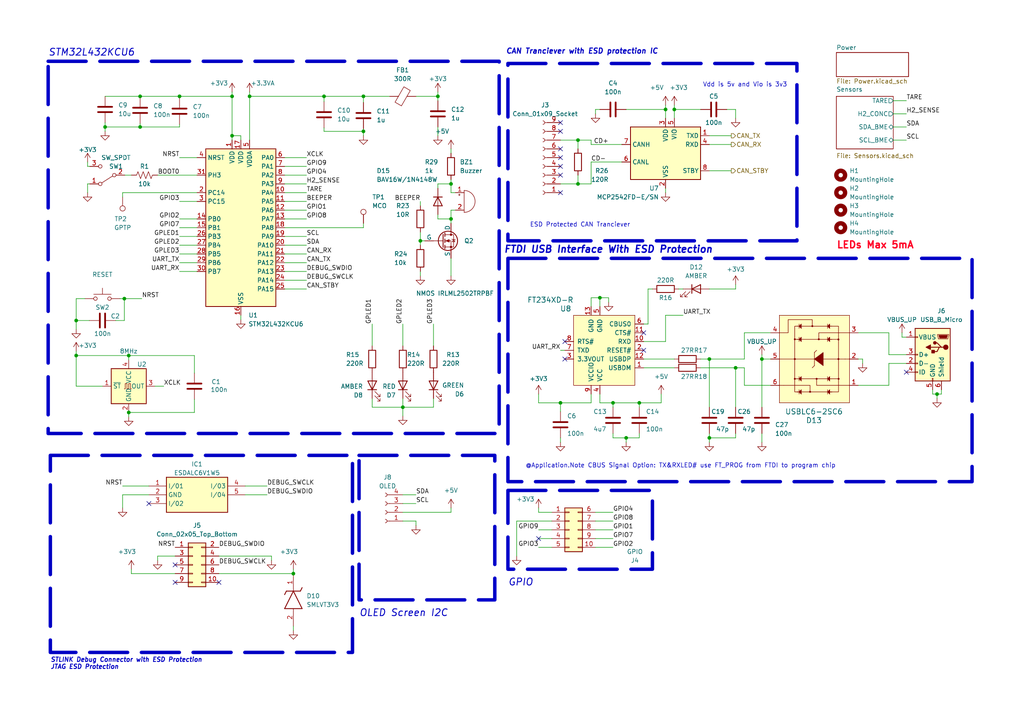
<source format=kicad_sch>
(kicad_sch (version 20230121) (generator eeschema)
  (paper "A4")
  (junction (at 67.31 39.37))
  (junction (at 52.07 27.94))
  (junction (at 22.098 92.964))
  (junction (at 22.098 103.124))
  (junction (at 37.338 119.634))
  (junction (at 173.99 86.36))
  (junction (at 205.74 127))
  (junction (at 185.42 116.84))
  (junction (at 30.48 36.83))
  (junction (at 67.31 27.94))
  (junction (at 36.068 86.614))
  (junction (at 205.74 104.14))
  (junction (at 181.61 127))
  (junction (at 105.41 38.1))
  (junction (at 121.92 69.85))
  (junction (at 271.78 114.3))
  (junction (at 220.98 104.14))
  (junction (at 195.58 31.75))
  (junction (at 72.39 27.94))
  (junction (at 193.04 31.75))
  (junction (at 167.64 40.64))
  (junction (at 105.41 27.94))
  (junction (at 162.56 116.84))
  (junction (at 130.81 53.34))
  (junction (at 40.64 36.83))
  (junction (at 85.09 166.37))
  (junction (at 93.98 27.94))
  (junction (at 127 27.94))
  (junction (at 130.81 63.5))
  (junction (at 167.64 53.34))
  (junction (at 116.84 118.11))
  (junction (at 177.8 116.84))
  (junction (at 37.338 103.124))
  (junction (at 213.36 106.68))
  (junction (at 40.64 27.94))
  (no_connect (at 163.83 99.06))
  (no_connect (at 63.5 168.91))
  (no_connect (at 186.69 101.6))
  (no_connect (at 43.18 146.05))
  (no_connect (at 162.56 35.56))
  (no_connect (at 162.56 45.72))
  (no_connect (at 156.21 156.21))
  (no_connect (at 262.89 107.95))
  (no_connect (at 50.8 163.83))
  (no_connect (at 186.69 96.52))
  (no_connect (at 162.56 50.8))
  (no_connect (at 50.8 168.91))
  (no_connect (at 162.56 38.1))
  (no_connect (at 163.83 104.14))
  (no_connect (at 162.56 43.18))
  (no_connect (at 162.56 48.26))
  (no_connect (at 162.56 55.88))
  (wire (pts (xy 88.9 83.82) (xy 82.55 83.82)))
  (wire (pts (xy 35.56 140.97) (xy 43.18 140.97)))
  (wire (pts (xy 205.74 104.14) (xy 205.74 118.11)))
  (wire (pts (xy 107.95 100.33) (xy 107.95 93.98)))
  (wire (pts (xy 85.09 165.1) (xy 85.09 166.37)))
  (wire (pts (xy 52.07 71.12) (xy 57.15 71.12)))
  (wire (pts (xy 82.55 68.58) (xy 88.9 68.58)))
  (wire (pts (xy 88.9 55.88) (xy 82.55 55.88)))
  (wire (pts (xy 203.2 106.68) (xy 213.36 106.68)))
  (wire (pts (xy 187.96 93.98) (xy 186.69 93.98)))
  (wire (pts (xy 67.31 26.67) (xy 67.31 27.94)))
  (wire (pts (xy 215.9 104.14) (xy 205.74 104.14)))
  (wire (pts (xy 82.55 66.04) (xy 105.41 66.04)))
  (wire (pts (xy 35.56 55.88) (xy 57.15 55.88)))
  (wire (pts (xy 85.09 181.61) (xy 85.09 182.88)))
  (wire (pts (xy 72.39 27.94) (xy 93.98 27.94)))
  (wire (pts (xy 259.08 40.64) (xy 262.89 40.64)))
  (wire (pts (xy 125.73 118.11) (xy 125.73 115.57)))
  (wire (pts (xy 43.18 143.51) (xy 35.56 143.51)))
  (wire (pts (xy 149.86 151.13) (xy 160.02 151.13)))
  (wire (pts (xy 22.098 92.964) (xy 22.098 95.504)))
  (wire (pts (xy 35.56 55.88) (xy 35.56 57.15)))
  (wire (pts (xy 167.64 53.34) (xy 162.56 53.34)))
  (wire (pts (xy 93.98 27.94) (xy 105.41 27.94)))
  (wire (pts (xy 45.72 162.56) (xy 45.72 161.29)))
  (wire (pts (xy 116.84 118.11) (xy 116.84 120.65)))
  (wire (pts (xy 213.36 83.82) (xy 205.74 83.82)))
  (wire (pts (xy 220.98 102.87) (xy 220.98 104.14)))
  (wire (pts (xy 24.638 86.614) (xy 22.098 86.614)))
  (wire (pts (xy 220.98 104.14) (xy 223.52 104.14)))
  (wire (pts (xy 93.98 27.94) (xy 93.98 29.464)))
  (wire (pts (xy 259.08 36.83) (xy 262.89 36.83)))
  (wire (pts (xy 116.84 100.33) (xy 116.84 93.98)))
  (wire (pts (xy 248.92 96.52) (xy 257.81 96.52)))
  (wire (pts (xy 273.05 113.03) (xy 273.05 114.3)))
  (wire (pts (xy 121.92 69.85) (xy 121.92 71.12)))
  (wire (pts (xy 205.74 104.14) (xy 203.2 104.14)))
  (wire (pts (xy 30.48 35.56) (xy 30.48 36.83)))
  (wire (pts (xy 257.81 105.41) (xy 262.89 105.41)))
  (wire (pts (xy 127 36.83) (xy 127 39.37)))
  (wire (pts (xy 105.41 27.94) (xy 105.41 29.718)))
  (wire (pts (xy 52.07 68.58) (xy 57.15 68.58)))
  (wire (pts (xy 220.98 104.14) (xy 220.98 118.11)))
  (wire (pts (xy 52.07 45.72) (xy 57.15 45.72)))
  (wire (pts (xy 259.08 29.21) (xy 262.89 29.21)))
  (wire (pts (xy 82.55 60.96) (xy 88.9 60.96)))
  (wire (pts (xy 130.81 43.18) (xy 130.81 44.45)))
  (wire (pts (xy 198.12 83.82) (xy 196.85 83.82)))
  (wire (pts (xy 82.55 63.5) (xy 88.9 63.5)))
  (wire (pts (xy 127 53.34) (xy 127 54.61)))
  (wire (pts (xy 213.36 127) (xy 205.74 127)))
  (wire (pts (xy 181.61 31.75) (xy 193.04 31.75)))
  (wire (pts (xy 171.45 114.3) (xy 171.45 116.84)))
  (wire (pts (xy 25.4 46.99) (xy 25.4 48.26)))
  (wire (pts (xy 193.04 91.44) (xy 193.04 99.06)))
  (wire (pts (xy 127 26.67) (xy 127 27.94)))
  (wire (pts (xy 34.798 86.614) (xy 36.068 86.614)))
  (wire (pts (xy 173.99 116.84) (xy 177.8 116.84)))
  (wire (pts (xy 177.8 125.73) (xy 177.8 127)))
  (wire (pts (xy 36.068 92.964) (xy 33.528 92.964)))
  (wire (pts (xy 56.388 115.824) (xy 56.388 119.634)))
  (wire (pts (xy 82.55 73.66) (xy 88.9 73.66)))
  (wire (pts (xy 121.92 58.42) (xy 121.92 59.69)))
  (wire (pts (xy 171.45 116.84) (xy 162.56 116.84)))
  (wire (pts (xy 171.45 41.91) (xy 180.34 41.91)))
  (wire (pts (xy 171.45 88.9) (xy 171.45 86.36)))
  (wire (pts (xy 52.07 27.94) (xy 52.07 28.448)))
  (wire (pts (xy 156.21 153.67) (xy 160.02 153.67)))
  (wire (pts (xy 193.04 31.75) (xy 193.04 34.29)))
  (wire (pts (xy 37.338 104.394) (xy 37.338 103.124)))
  (wire (pts (xy 120.65 27.94) (xy 127 27.94)))
  (wire (pts (xy 167.64 40.64) (xy 171.45 40.64)))
  (wire (pts (xy 25.908 92.964) (xy 22.098 92.964)))
  (wire (pts (xy 78.74 162.56) (xy 78.74 161.29)))
  (wire (pts (xy 127 27.94) (xy 127 29.21)))
  (wire (pts (xy 181.61 127) (xy 181.61 128.27)))
  (wire (pts (xy 82.55 45.72) (xy 88.9 45.72)))
  (wire (pts (xy 205.74 49.53) (xy 212.09 49.53)))
  (wire (pts (xy 40.64 36.83) (xy 52.07 36.83)))
  (wire (pts (xy 72.39 27.94) (xy 72.39 40.64)))
  (wire (pts (xy 120.65 143.51) (xy 116.84 143.51)))
  (wire (pts (xy 45.72 50.8) (xy 57.15 50.8)))
  (wire (pts (xy 176.53 86.36) (xy 176.53 87.63)))
  (wire (pts (xy 185.42 125.73) (xy 185.42 127)))
  (wire (pts (xy 22.098 103.124) (xy 22.098 112.014)))
  (wire (pts (xy 30.48 36.83) (xy 40.64 36.83)))
  (wire (pts (xy 156.21 156.21) (xy 160.02 156.21)))
  (wire (pts (xy 220.98 125.73) (xy 220.98 128.27)))
  (wire (pts (xy 69.85 92.71) (xy 69.85 91.44)))
  (wire (pts (xy 107.95 118.11) (xy 107.95 115.57)))
  (wire (pts (xy 71.12 140.97) (xy 77.47 140.97)))
  (wire (pts (xy 213.36 31.75) (xy 210.82 31.75)))
  (wire (pts (xy 257.81 102.87) (xy 262.89 102.87)))
  (wire (pts (xy 215.9 96.52) (xy 223.52 96.52)))
  (wire (pts (xy 181.61 127) (xy 185.42 127)))
  (wire (pts (xy 22.098 112.014) (xy 29.718 112.014)))
  (wire (pts (xy 121.92 69.85) (xy 123.19 69.85)))
  (wire (pts (xy 271.78 115.57) (xy 271.78 114.3)))
  (wire (pts (xy 172.72 148.59) (xy 177.8 148.59)))
  (wire (pts (xy 205.74 39.37) (xy 212.09 39.37)))
  (wire (pts (xy 130.81 147.32) (xy 130.81 148.59)))
  (wire (pts (xy 82.55 71.12) (xy 88.9 71.12)))
  (wire (pts (xy 93.98 38.1) (xy 105.41 38.1)))
  (wire (pts (xy 22.098 101.854) (xy 22.098 103.124)))
  (wire (pts (xy 273.05 114.3) (xy 271.78 114.3)))
  (wire (pts (xy 56.388 108.204) (xy 56.388 103.124)))
  (wire (pts (xy 105.41 27.94) (xy 113.03 27.94)))
  (wire (pts (xy 195.58 30.48) (xy 195.58 31.75)))
  (wire (pts (xy 162.56 40.64) (xy 167.64 40.64)))
  (wire (pts (xy 82.55 76.2) (xy 88.9 76.2)))
  (wire (pts (xy 107.95 118.11) (xy 116.84 118.11)))
  (wire (pts (xy 52.07 36.83) (xy 52.07 36.068)))
  (wire (pts (xy 25.4 53.34) (xy 26.035 53.34)))
  (wire (pts (xy 105.41 66.04) (xy 105.41 64.77)))
  (wire (pts (xy 195.58 31.75) (xy 195.58 34.29)))
  (wire (pts (xy 167.64 40.64) (xy 167.64 43.18)))
  (wire (pts (xy 177.8 151.13) (xy 172.72 151.13)))
  (wire (pts (xy 213.36 106.68) (xy 213.36 118.11)))
  (wire (pts (xy 259.08 33.02) (xy 262.89 33.02)))
  (wire (pts (xy 116.84 118.11) (xy 116.84 115.57)))
  (wire (pts (xy 162.56 116.84) (xy 156.21 116.84)))
  (wire (pts (xy 69.85 39.37) (xy 69.85 40.64)))
  (wire (pts (xy 193.04 99.06) (xy 186.69 99.06)))
  (wire (pts (xy 132.08 60.96) (xy 130.81 60.96)))
  (wire (pts (xy 176.53 86.36) (xy 173.99 86.36)))
  (wire (pts (xy 171.45 46.99) (xy 171.45 53.34)))
  (wire (pts (xy 127 63.5) (xy 130.81 63.5)))
  (wire (pts (xy 193.04 54.61) (xy 193.04 55.88)))
  (wire (pts (xy 127 63.5) (xy 127 62.23)))
  (wire (pts (xy 162.56 116.84) (xy 162.56 119.38)))
  (wire (pts (xy 195.58 31.75) (xy 203.2 31.75)))
  (wire (pts (xy 57.15 73.66) (xy 52.07 73.66)))
  (wire (pts (xy 172.72 158.75) (xy 177.8 158.75)))
  (wire (pts (xy 171.45 46.99) (xy 180.34 46.99)))
  (wire (pts (xy 177.8 153.67) (xy 172.72 153.67)))
  (wire (pts (xy 215.9 106.68) (xy 215.9 111.76)))
  (wire (pts (xy 71.12 143.51) (xy 77.47 143.51)))
  (wire (pts (xy 177.8 156.21) (xy 172.72 156.21)))
  (wire (pts (xy 248.92 111.76) (xy 257.81 111.76)))
  (wire (pts (xy 72.39 26.67) (xy 72.39 27.94)))
  (wire (pts (xy 120.65 146.05) (xy 116.84 146.05)))
  (wire (pts (xy 40.64 35.814) (xy 40.64 36.83)))
  (wire (pts (xy 171.45 86.36) (xy 173.99 86.36)))
  (wire (pts (xy 177.8 116.84) (xy 177.8 118.11)))
  (wire (pts (xy 163.83 101.6) (xy 162.56 101.6)))
  (wire (pts (xy 52.07 66.04) (xy 57.15 66.04)))
  (wire (pts (xy 82.55 58.42) (xy 88.9 58.42)))
  (wire (pts (xy 93.98 37.084) (xy 93.98 38.1)))
  (wire (pts (xy 47.498 112.014) (xy 44.958 112.014)))
  (wire (pts (xy 35.56 143.51) (xy 35.56 147.32)))
  (wire (pts (xy 130.81 63.5) (xy 130.81 64.77)))
  (wire (pts (xy 185.42 116.84) (xy 191.77 116.84)))
  (wire (pts (xy 78.74 161.29) (xy 63.5 161.29)))
  (wire (pts (xy 121.92 78.74) (xy 121.92 80.01)))
  (wire (pts (xy 250.19 104.14) (xy 250.19 105.41)))
  (wire (pts (xy 82.55 81.28) (xy 88.9 81.28)))
  (wire (pts (xy 37.338 103.124) (xy 22.098 103.124)))
  (wire (pts (xy 120.65 152.4) (xy 120.65 151.13)))
  (wire (pts (xy 36.195 50.8) (xy 38.1 50.8)))
  (wire (pts (xy 85.09 166.37) (xy 63.5 166.37)))
  (wire (pts (xy 213.36 125.73) (xy 213.36 127)))
  (wire (pts (xy 172.72 31.75) (xy 172.72 33.02)))
  (wire (pts (xy 40.64 27.94) (xy 40.64 28.194)))
  (wire (pts (xy 25.4 53.34) (xy 25.4 55.88)))
  (wire (pts (xy 205.74 125.73) (xy 205.74 127)))
  (wire (pts (xy 67.31 27.94) (xy 67.31 39.37)))
  (wire (pts (xy 105.41 37.338) (xy 105.41 38.1)))
  (wire (pts (xy 30.48 27.94) (xy 40.64 27.94)))
  (wire (pts (xy 37.338 119.634) (xy 56.388 119.634)))
  (wire (pts (xy 130.81 53.34) (xy 127 53.34)))
  (wire (pts (xy 82.55 48.26) (xy 88.9 48.26)))
  (wire (pts (xy 121.92 67.31) (xy 121.92 69.85)))
  (wire (pts (xy 261.62 97.79) (xy 262.89 97.79)))
  (wire (pts (xy 177.8 116.84) (xy 185.42 116.84)))
  (wire (pts (xy 156.21 158.75) (xy 160.02 158.75)))
  (wire (pts (xy 189.23 83.82) (xy 187.96 83.82)))
  (wire (pts (xy 156.21 116.84) (xy 156.21 114.3)))
  (wire (pts (xy 177.8 127) (xy 181.61 127)))
  (wire (pts (xy 173.99 31.75) (xy 172.72 31.75)))
  (wire (pts (xy 213.36 106.68) (xy 215.9 106.68)))
  (wire (pts (xy 52.07 78.74) (xy 57.15 78.74)))
  (wire (pts (xy 52.07 76.2) (xy 57.15 76.2)))
  (wire (pts (xy 45.72 161.29) (xy 50.8 161.29)))
  (wire (pts (xy 156.21 148.59) (xy 156.21 147.32)))
  (wire (pts (xy 105.41 38.1) (xy 105.41 39.37)))
  (wire (pts (xy 116.84 148.59) (xy 130.81 148.59)))
  (wire (pts (xy 37.338 119.634) (xy 37.338 120.904)))
  (wire (pts (xy 125.73 100.33) (xy 125.73 93.98)))
  (wire (pts (xy 171.45 53.34) (xy 167.64 53.34)))
  (wire (pts (xy 156.21 148.59) (xy 160.02 148.59)))
  (wire (pts (xy 130.81 52.07) (xy 130.81 53.34)))
  (wire (pts (xy 36.068 86.614) (xy 41.148 86.614)))
  (wire (pts (xy 25.4 48.26) (xy 26.035 48.26)))
  (wire (pts (xy 173.99 114.3) (xy 173.99 116.84)))
  (wire (pts (xy 185.42 116.84) (xy 185.42 118.11)))
  (wire (pts (xy 167.64 50.8) (xy 167.64 53.34)))
  (wire (pts (xy 173.99 86.36) (xy 173.99 88.9)))
  (wire (pts (xy 38.1 166.37) (xy 50.8 166.37)))
  (wire (pts (xy 40.64 27.94) (xy 52.07 27.94)))
  (wire (pts (xy 36.068 86.614) (xy 36.068 92.964)))
  (wire (pts (xy 22.098 86.614) (xy 22.098 92.964)))
  (wire (pts (xy 82.55 53.34) (xy 88.9 53.34)))
  (wire (pts (xy 130.81 55.88) (xy 132.08 55.88)))
  (wire (pts (xy 205.74 41.91) (xy 212.09 41.91)))
  (wire (pts (xy 82.55 50.8) (xy 88.9 50.8)))
  (wire (pts (xy 213.36 34.29) (xy 213.36 31.75)))
  (wire (pts (xy 67.31 39.37) (xy 69.85 39.37)))
  (wire (pts (xy 193.04 91.44) (xy 198.12 91.44)))
  (wire (pts (xy 187.96 83.82) (xy 187.96 93.98)))
  (wire (pts (xy 215.9 111.76) (xy 223.52 111.76)))
  (wire (pts (xy 186.69 106.68) (xy 195.58 106.68)))
  (wire (pts (xy 130.81 53.34) (xy 130.81 55.88)))
  (wire (pts (xy 120.65 151.13) (xy 116.84 151.13)))
  (wire (pts (xy 186.69 104.14) (xy 195.58 104.14)))
  (wire (pts (xy 162.56 127) (xy 162.56 128.27)))
  (wire (pts (xy 215.9 96.52) (xy 215.9 104.14)))
  (wire (pts (xy 130.81 74.93) (xy 130.81 80.01)))
  (wire (pts (xy 193.04 30.48) (xy 193.04 31.75)))
  (wire (pts (xy 82.55 78.74) (xy 88.9 78.74)))
  (wire (pts (xy 116.84 118.11) (xy 125.73 118.11)))
  (wire (pts (xy 270.51 113.03) (xy 270.51 114.3)))
  (wire (pts (xy 171.45 40.64) (xy 171.45 41.91)))
  (wire (pts (xy 257.81 96.52) (xy 257.81 102.87)))
  (wire (pts (xy 149.86 151.13) (xy 149.86 161.29)))
  (wire (pts (xy 261.62 96.52) (xy 261.62 97.79)))
  (wire (pts (xy 30.48 36.83) (xy 30.48 38.1)))
  (wire (pts (xy 37.338 103.124) (xy 56.388 103.124)))
  (wire (pts (xy 52.07 63.5) (xy 57.15 63.5)))
  (wire (pts (xy 52.07 27.94) (xy 67.31 27.94)))
  (wire (pts (xy 248.92 104.14) (xy 250.19 104.14)))
  (wire (pts (xy 205.74 127) (xy 205.74 128.27)))
  (wire (pts (xy 257.81 111.76) (xy 257.81 105.41)))
  (wire (pts (xy 57.15 58.42) (xy 52.07 58.42)))
  (wire (pts (xy 67.31 39.37) (xy 67.31 40.64)))
  (wire (pts (xy 191.77 116.84) (xy 191.77 114.3)))
  (wire (pts (xy 213.36 82.55) (xy 213.36 83.82)))
  (wire (pts (xy 38.1 165.1) (xy 38.1 166.37)))
  (wire (pts (xy 130.81 60.96) (xy 130.81 63.5)))
  (wire (pts (xy 271.78 114.3) (xy 270.51 114.3)))
  (rectangle (start 14.605 132.08) (end 102.235 189.23) (stroke (width 1) (type dash)))
  (rectangle (start 147.32 142.24) (end 189.23 165.1) (stroke (width 1) (type dash)))
  (rectangle (start 13.97 17.78) (end 144.78 125.73) (stroke (width 1) (type dash)))
  (rectangle (start 147.32 18.415) (end 231.14 69.85) (stroke (width 1) (type dash)))
  (rectangle (start 147.32 74.93) (end 281.94 139.7) (stroke (width 1) (type dash)))
  (rectangle (start 104.14 132.08) (end 143.51 173.99) (stroke (width 1) (type dash)))
  (text "Vdd is 5v and Vio is 3v3\n" (at 203.835 25.4 0) (effects (font (size 1.27 1.27)) (justify left bottom)))
  (text "LEDs Max 5mA" (at 242.57 72.39 0) (effects (font (size 2 2) (thickness 0.4) bold) (justify left bottom)))
  (text "https://www.lcd-module.com/fileadmin/eng/pdf/doma/dogs164e.pdf" (at 20.32 304.8 0) (effects (font (size 1.27 1.27)) (justify left bottom)))
  (text "https://www.amazon.ca/GeeekPi-Display-Two-Color-Compatible-Raspberry/dp/B0B7RPCZ4Z/ref=sr_1_10?hvadid=604602882874&hvdev=c&hvlocphy=9001383&hvnetw=g&hvqmt=e&hvrand=1361348443853103793&hvtargid=kwd-298923025431&hydadcr=1498_13517094&keywords=i2c+display&qid=1697308350&sr=8-10\n" (at 20.32 300.99 0) (effects (font (size 1.27 1.27)) (justify left bottom)))
  (text "Place Holder I2C Dispaly module.\nOptions for I2C displays:\n  LCD - semi expensive & bulky; Easy to program and use, Decent display freedom\n7 Seg - Probably easiet method - already have stock - limited dispaly capability.\n OLED - Existing STM32 Drivers, semi-expensive - Huge display capability." (at 104.14 223.52 0) (effects (font (size 1.27 1.27)) (justify left bottom)))
  (text "FTDI USB Interface With ESD Protection\n" (at 146.05 73.66 0) (effects (font (size 2 2) (thickness 0.4) bold italic) (justify left bottom)))
  (text "OLED Screen I2C" (at 104.14 179.07 0) (effects (font (size 2 2) (thickness 0.254) bold italic) (justify left bottom)))
  (text "@Application.Note CBUS Signal Option: TX&RXLED# use FT_PROG from FTDI to program chip\n" (at 152.4 135.89 0) (effects (font (size 1.27 1.27)) (justify left bottom)))
  (text "STM32L432KCU6" (at 13.97 16.51 0) (effects (font (size 2 2) (thickness 0.254) bold italic) (justify left bottom)))
  (text "ESD Protected CAN Tranciever\n" (at 153.67 66.04 0) (effects (font (size 1.27 1.27)) (justify left bottom)))
  (text "STLINK Debug Connector with ESD Protection\nJTAG ESD Protection" (at 14.605 194.31 0) (effects (font (size 1.27 1.27) (thickness 0.254) bold italic) (justify left bottom)))
  (text "GPIO" (at 147.32 170.18 0) (effects (font (size 2 2) (thickness 0.254) bold italic) (justify left bottom)))
  (text "CAN Tranciever with ESD protection IC" (at 146.685 15.875 0) (effects (font (size 1.5 1.5) (thickness 0.3) bold italic) (justify left bottom)))
  (label "H2_SENSE" (at 88.9 53.34 0))
  (label "CAN_TX" (at 88.9 76.2 0))
  (label "GPIO4" (at 88.9 50.8 0))
  (label "GPIO4" (at 177.8 148.59 0))
  (label "GPIO8" (at 177.8 151.13 0))
  (label "DEBUG_SWCLK" (at 77.47 140.97 0))
  (label "UART_RX" (at 162.56 101.6 180))
  (label "NRST" (at 52.07 45.72 180))
  (label "H2_SENSE" (at 262.89 33.02 0))
  (label "CD+" (at 176.53 41.91 180))
  (label "GPIO7" (at 177.8 156.21 0))
  (label "CAN_RX" (at 88.9 73.66 0))
  (label "GPLED1" (at 52.07 68.58 180))
  (label "SCL" (at 120.65 146.05 0))
  (label "DEBUG_SWCLK" (at 63.5 163.83 0))
  (label "GPIO9" (at 88.9 48.26 0))
  (label "UART_TX" (at 52.07 76.2 180))
  (label "DEBUG_SWDIO" (at 77.47 143.51 0))
  (label "GPIO3" (at 52.07 58.42 180))
  (label "SDA" (at 88.9 71.12 0))
  (label "GPIO1" (at 177.8 153.67 0))
  (label "BOOT0" (at 52.07 50.8 180))
  (label "GPLED3" (at 52.07 73.66 180))
  (label "DEBUG_SWCLK" (at 88.9 81.28 0))
  (label "GPIO7" (at 52.07 66.04 180))
  (label "SDA" (at 262.89 36.83 0))
  (label "BEEPER" (at 121.92 58.42 180))
  (label "GPIO2" (at 52.07 63.5 180))
  (label "DEBUG_SWDIO" (at 88.9 78.74 0))
  (label "SDA" (at 120.65 143.51 0))
  (label "GPLED2" (at 52.07 71.12 180))
  (label "NRST" (at 41.148 86.614 0))
  (label "XCLK" (at 88.9 45.72 0))
  (label "NRST" (at 35.56 140.97 180))
  (label "GPIO9" (at 156.21 153.67 180))
  (label "TARE" (at 88.9 55.88 0))
  (label "NRST" (at 50.8 158.75 180))
  (label "SCL" (at 262.89 40.64 0))
  (label "UART_TX" (at 198.12 91.44 0))
  (label "GPIO3" (at 156.21 158.75 180))
  (label "UART_RX" (at 52.07 78.74 180))
  (label "GPLED3" (at 125.73 93.98 90))
  (label "CD-" (at 171.45 46.99 0))
  (label "XCLK" (at 47.498 112.014 0))
  (label "DEBUG_SWDIO" (at 63.5 158.75 0))
  (label "SCL" (at 88.9 68.58 0))
  (label "CAN_STBY" (at 88.9 83.82 0))
  (label "GPIO8" (at 88.9 63.5 0))
  (label "GPLED1" (at 107.95 93.98 90))
  (label "TARE" (at 262.89 29.21 0))
  (label "GPLED2" (at 116.84 93.98 90))
  (label "GPIO1" (at 88.9 60.96 0))
  (label "GPIO2" (at 177.8 158.75 0))
  (label "BEEPER" (at 88.9 58.42 0))
  (hierarchical_label "CAN_STBY" (shape output) (at 212.09 49.53 0))
  (hierarchical_label "CAN_RX" (shape output) (at 212.09 41.91 0))
  (hierarchical_label "CAN_TX" (shape output) (at 212.09 39.37 0))
  (symbol (lib_id "power:+3V3") (at 127 26.67 0) (unit 1)
    (property "Reference" "#PWR039" (effects hide))
    (property "Value" "+3V3" (at 127 22.86 0))
  )
  (symbol (lib_id "Device:C") (at 105.41 33.528 0) (unit 1)
    (property "Reference" "C11" (at 109.22 32.258 0) (effects (justify left)))
    (property "Value" "1u" (at 109.22 34.798 0) (effects (justify left)))
    (property "Footprint" "Capacitor_SMD:C_0805_2012Metric" (effects hide))
    (property "JLCPCB Part#(Optional)" "C28323" (effects hide))
    (property "JLCPCB Part#(optional)" "C28323" (effects hide))
  )
  (symbol (lib_id "Device:R") (at 130.81 48.26 0) (unit 1)
    (property "Reference" "R29" (at 123.19 46.99 0) (effects (justify left)))
    (property "Value" "1k" (at 123.19 49.53 0) (effects (justify left)))
    (property "Footprint" "Resistor_SMD:R_0805_2012Metric" (effects hide))
    (property "JLCPCB Part#(Optional)" "C17513" (effects hide))
    (property "JLCPCB Part#(optional)" "C17513" (effects hide))
  )
  (symbol (lib_id "power:+3V3") (at 213.36 82.55 0) (unit 1)
    (property "Reference" "#PWR063" (effects hide))
    (property "Value" "+3V3" (at 213.36 78.105 0))
  )
  (symbol (lib_id "power:GND") (at 37.338 120.904 0) (unit 1)
    (property "Reference" "#PWR040" (effects hide))
    (property "Value" "GND" (effects hide))
  )
  (symbol (lib_id "Device:C") (at 30.48 31.75 0) (unit 1)
    (property "Reference" "C9" (at 34.29 30.48 0) (effects (justify left)))
    (property "Value" "10u" (at 34.29 33.02 0) (effects (justify left)))
    (property "Footprint" "Capacitor_SMD:C_0603_1608Metric" (effects hide))
    (property "JLCPCB Part#(Optional)" "C96446" (effects hide))
    (property "JLCPCB Part#(optional)" "C96446" (effects hide))
  )
  (symbol (lib_id "Device:C") (at 127 33.02 0) (unit 1)
    (property "Reference" "C12" (at 130.81 31.75 0) (effects (justify left)))
    (property "Value" "1u" (at 130.81 34.29 0) (effects (justify left)))
    (property "Footprint" "Capacitor_SMD:C_0805_2012Metric" (effects hide))
    (property "JLCPCB Part#(Optional)" "C28323" (effects hide))
    (property "JLCPCB Part#(optional)" "C28323" (effects hide))
  )
  (symbol (lib_id "Device:R") (at 167.64 46.99 0) (mirror y) (unit 1)
    (property "Reference" "R26" (at 176.53 49.53 0) (effects (justify left)))
    (property "Value" "120R" (at 176.53 52.07 0) (effects (justify left)))
    (property "Footprint" "Resistor_SMD:R_0603_1608Metric" (effects hide))
  )
  (symbol (lib_id "Device:C") (at 177.8 31.75 90) (unit 1)
    (property "Reference" "C4" (at 177.8 24.13 90))
    (property "Value" "100n" (at 177.8 26.67 90))
    (property "Footprint" "Capacitor_SMD:C_0402_1005Metric" (effects hide))
    (property "JLCPCB Part#(Optional)" "C1525" (effects hide))
    (property "JLCPCB Part#(optional)" "C1525" (effects hide))
  )
  (symbol (lib_id "RF_Parts:ESDALC6V1W5") (at 43.18 140.97 0) (unit 1)
    (property "Reference" "IC1" (at 57.15 134.62 0))
    (property "Value" "ESDALC6V1W5" (at 57.15 137.16 0))
    (property "Footprint" "SYM&FOOT:SOT65P210X110-5N" (effects hide))
    (property "Datasheet" "http://www.st.com/web/en/resource/technical/document/datasheet/CD00002946.pdf" (effects hide))
    (property "Description" "6.1V 6.1V 4 3V SOT-323-5  ESD Protection Devices ROHS" (effects hide))
    (property "DK #" "497-7231-1-ND" (effects hide))
    (property "JLCPCB Part#(Optional)" "C2827626" (effects hide))
  )
  (symbol (lib_id "Connector_Generic:Conn_02x05_Odd_Even") (at 55.88 163.83 0) (unit 1)
    (property "Reference" "J5" (at 57.15 152.4 0))
    (property "Value" "Conn_02x05_Top_Bottom" (at 57.15 154.94 0))
    (property "Footprint" "Connector_PinHeader_2.54mm:PinHeader_2x05_P2.54mm_Vertical" (effects hide))
  )
  (symbol (lib_id "Device:C") (at 93.98 33.274 0) (unit 1)
    (property "Reference" "C10" (at 97.79 32.004 0) (effects (justify left)))
    (property "Value" "10u" (at 97.79 34.544 0) (effects (justify left)))
    (property "Footprint" "Capacitor_SMD:C_0603_1608Metric" (effects hide))
    (property "JLCPCB Part#(Optional)" "C96446" (effects hide))
    (property "JLCPCB Part#(optional)" "C96446" (effects hide))
  )
  (symbol (lib_id "Device:LED") (at 201.93 83.82 0) (unit 1)
    (property "Reference" "D12" (at 201.93 77.47 0))
    (property "Value" "AMBER" (at 201.93 80.01 0))
    (property "Footprint" "LED_SMD:LED_0805_2012Metric" (effects hide))
    (property "Description" "White -40℃~+85℃ 605nm~605nm Amber 54mW 0603 Light Emitting Diodes (LED) ROHS" (effects hide))
    (property "JLCPCB Part#(Optional)" "C2296" (effects hide))
    (property "JLCPCB Part#(optional)" "C2296" (effects hide))
  )
  (symbol (lib_id "power:GND") (at 193.04 55.88 0) (unit 1)
    (property "Reference" "#PWR043" (effects hide))
    (property "Value" "GND" (effects hide))
  )
  (symbol (lib_id "RF_Parts:VBUS_UP") (at 220.98 102.87 0) (mirror y) (unit 1)
    (property "Reference" "#PWR065" (effects hide))
    (property "Value" "VBUS_UP" (at 220.98 99.06 0))
  )
  (symbol (lib_id "power:GND") (at 250.19 105.41 0) (unit 1)
    (property "Reference" "#PWR064" (effects hide))
    (property "Value" "GND" (effects hide))
  )
  (symbol (lib_id "Mechanical:MountingHole") (at 243.84 55.88 0) (unit 1)
    (property "Reference" "H2" (at 246.38 54.61 0) (effects (justify left)))
    (property "Value" "MountingHole" (at 246.38 57.15 0) (effects (justify left)))
    (property "Footprint" "MountingHole:MountingHole_3.2mm_M3" (effects hide))
  )
  (symbol (lib_id "Device:R_US") (at 41.91 50.8 90) (unit 1)
    (property "Reference" "R1" (at 41.91 48.26 90))
    (property "Value" "10k" (at 41.91 53.34 90))
    (property "Footprint" "Resistor_SMD:R_0805_2012Metric" (effects hide))
    (property "JLCPCB Part#(Optional)" "C17414" (effects hide))
    (property "JLCPCB Part#(optional)" "C17414" (effects hide))
  )
  (symbol (lib_id "MCU_ST_STM32L4:STM32L432KCUx") (at 69.85 66.04 0) (unit 1)
    (property "Reference" "U1" (at 72.0441 91.44 0) (effects (justify left)))
    (property "Value" "STM32L432KCU6" (at 72.0441 93.98 0) (effects (justify left)))
    (property "Footprint" "Package_DFN_QFN:QFN-32-1EP_5x5mm_P0.5mm_EP3.45x3.45mm" (effects hide))
    (property "Datasheet" "https://www.st.com/resource/en/datasheet/stm32l432kc.pdf" (effects hide))
    (property "JLCPCB Part#(Optional)" "C1337280" (effects hide))
    (property "JLCPCB Part#(optional)" "C1337280" (effects hide))
  )
  (symbol (lib_id "Mechanical:MountingHole") (at 243.84 66.04 0) (unit 1)
    (property "Reference" "H4" (at 246.38 64.77 0) (effects (justify left)))
    (property "Value" "MountingHole" (at 246.38 67.31 0) (effects (justify left)))
    (property "Footprint" "MountingHole:MountingHole_3.2mm_M3" (effects hide))
  )
  (symbol (lib_id "Device:R") (at 125.73 104.14 180) (unit 1)
    (property "Reference" "R13" (at 133.35 102.87 0) (effects (justify left)))
    (property "Value" "220R" (at 133.35 105.41 0) (effects (justify left)))
    (property "Footprint" "Resistor_SMD:R_0805_2012Metric" (effects hide))
    (property "JLCPCB Part#(Optional)" "C17557" (effects hide))
    (property "JLCPCB Part#(optional)" "C17557" (effects hide))
  )
  (symbol (lib_id "Device:D") (at 127 58.42 270) (unit 1)
    (property "Reference" "D15" (at 109.22 49.53 90) (effects (justify left)))
    (property "Value" "BAV16W/1N4148W" (at 109.22 52.07 90) (effects (justify left)))
    (property "Footprint" "Diode_SMD:D_SOD-123" (effects hide))
    (property "JLCPCB Part#(Optional)" "C81598" (effects hide))
    (property "JLCPCB Part#(optional)" "C81598" (effects hide))
  )
  (symbol (lib_id "Device:R") (at 199.39 106.68 90) (unit 1)
    (property "Reference" "R18" (at 203.2 109.22 90))
    (property "Value" "27R" (at 199.39 109.22 90))
    (property "Footprint" "Resistor_SMD:R_0603_1608Metric" (effects hide))
    (property "JLCPCB Part#(Optional)" "C25190" (effects hide))
    (property "JLCPCB Part#(optional)" "C25190" (effects hide))
  )
  (symbol (lib_id "power:GND") (at 271.78 115.57 0) (unit 1)
    (property "Reference" "#PWR068" (effects hide))
    (property "Value" "GND" (effects hide))
  )
  (symbol (lib_id "Connector:Conn_01x04_Socket") (at 111.76 148.59 180) (unit 1)
    (property "Reference" "J8" (at 112.395 138.43 0))
    (property "Value" "OLED" (at 112.395 140.97 0))
    (property "Footprint" "SYM&FOOT:Display_128x64_096_I2C" (effects hide))
  )
  (symbol (lib_id "power:GND") (at 127 39.37 0) (unit 1)
    (property "Reference" "#PWR09" (effects hide))
    (property "Value" "GND" (effects hide))
  )
  (symbol (lib_id "Connector:TestPoint") (at 105.41 64.77 0) (unit 1)
    (property "Reference" "TP1" (at 107.95 57.15 0) (effects (justify left)))
    (property "Value" "MCO" (at 107.95 59.69 0) (effects (justify left)))
    (property "Footprint" "TestPoint:TestPoint_Pad_D1.0mm" (effects hide))
  )
  (symbol (lib_id "Device:R") (at 121.92 63.5 180) (unit 1)
    (property "Reference" "R23" (at 116.84 59.69 0))
    (property "Value" "10R" (at 116.84 62.23 0))
    (property "Footprint" "Resistor_SMD:R_0805_2012Metric" (effects hide))
    (property "JLCPCB Part#(Optional)" "C17415" (effects hide))
    (property "JLCPCB Part#(optional)" "C17415" (effects hide))
  )
  (symbol (lib_id "Switch:SW_SPDT") (at 31.115 50.8 180) (unit 1)
    (property "Reference" "SW1" (at 33.655 48.26 0))
    (property "Value" "SW_SPDT" (at 33.655 45.72 0))
    (property "Footprint" "Button_Switch_SMD:SW_SPDT_PCM12" (effects hide))
    (property "DK #" "2223-SLW-66527511-SMT-TRCT-ND" (effects hide))
  )
  (symbol (lib_id "power:GND") (at 78.74 162.56 0) (unit 1)
    (property "Reference" "#PWR056" (effects hide))
    (property "Value" "GND" (effects hide))
  )
  (symbol (lib_id "dk_Interface-Controllers:FT234XD-R") (at 176.53 104.14 180) (unit 1)
    (property "Reference" "U8" (at 165.735 89.535 0) (effects (font (size 1.524 1.524)) (justify left)))
    (property "Value" "FT234XD-R" (at 166.37 86.995 0) (effects (font (size 1.524 1.524)) (justify left)))
    (property "Footprint" "digikey-footprints:DFN-12-1EP_3x3mm" (effects hide))
    (property "Datasheet" "http://www.ftdichip.com/Support/Documents/DataSheets/ICs/DS_FT234XD.pdf" (effects hide))
    (property "Category" "Integrated Circuits (ICs)" (effects hide))
    (property "Description" "IC USB SERIAL BASIC UART 12DFN" (effects hide))
    (property "DK #" "768-1178-1-ND" (effects hide))
    (property "JLCPCB Part#(Optional)" "C132158" (effects hide))
    (property "JLCPCB Part#(optional)" "C132158" (effects hide))
  )
  (symbol (lib_id "power:GND") (at 149.86 161.29 0) (unit 1)
    (property "Reference" "#PWR076" (effects hide))
    (property "Value" "GND" (effects hide))
  )
  (symbol (lib_id "Device:C") (at 220.98 121.92 0) (mirror x) (unit 1)
    (property "Reference" "C27" (at 224.79 123.19 0) (effects (justify left)))
    (property "Value" "100n" (at 224.79 125.73 0) (effects (justify left)))
    (property "Footprint" "Capacitor_SMD:C_0402_1005Metric" (effects hide))
    (property "Description" "100nF -20%,+80% 16V Y5V 0402 Multilayer Ceramic Capacitors MLCC - SMD/SMT RoHS" (effects hide))
    (property "JLCPCB Part#(Optional)" "C1525" (effects hide))
    (property "JLCPCB Part#(optional)" "C1525" (effects hide))
  )
  (symbol (lib_id "power:GND") (at 30.48 38.1 0) (unit 1)
    (property "Reference" "#PWR06" (effects hide))
    (property "Value" "GND" (effects hide))
  )
  (symbol (lib_id "power:GND") (at 205.74 128.27 0) (unit 1)
    (property "Reference" "#PWR062" (effects hide))
    (property "Value" "GND" (effects hide))
  )
  (symbol (lib_id "power:GND") (at 172.72 33.02 0) (unit 1)
    (property "Reference" "#PWR012" (effects hide))
    (property "Value" "GND" (effects hide))
  )
  (symbol (lib_id "power:GND") (at 105.41 39.37 0) (unit 1)
    (property "Reference" "#PWR08" (effects hide))
    (property "Value" "GND" (effects hide))
  )
  (symbol (lib_id "power:GND") (at 181.61 128.27 0) (unit 1)
    (property "Reference" "#PWR060" (effects hide))
    (property "Value" "GND" (effects hide))
  )
  (symbol (lib_id "Switch:SW_Push") (at 29.718 86.614 0) (unit 1)
    (property "Reference" "SW2" (at 29.718 89.154 0))
    (property "Value" "RESET" (at 29.718 79.629 0))
    (property "Footprint" "Button_Switch_THT:SW_PUSH_6mm_H5mm" (effects hide))
  )
  (symbol (lib_id "Device:LED") (at 116.84 111.76 90) (unit 1)
    (property "Reference" "D7" (at 114.808 114.6175 90) (effects (justify left)))
    (property "Value" "RED" (at 114.808 112.0775 90) (effects (justify left)))
    (property "Footprint" "LED_SMD:LED_0805_2012Metric" (effects hide))
    (property "JLCPCB Part#(Optional)" "C84256" (effects hide))
    (property "JLCPCB Part#(optional)" "C84256" (effects hide))
  )
  (symbol (lib_id "power:GND") (at 121.92 80.01 0) (unit 1)
    (property "Reference" "#PWR079" (effects hide))
    (property "Value" "GND" (effects hide))
  )
  (symbol (lib_id "dk_TVS-Diodes:USBLC6-2SC6") (at 236.22 104.14 180) (unit 1)
    (property "Reference" "D13" (at 236.093 121.92 0) (effects (font (size 1.524 1.524))))
    (property "Value" "USBLC6-2SC6" (at 236.093 119.38 0) (effects (font (size 1.524 1.524))))
    (property "Footprint" "SYM&FOOT:SOT23-6L_STM" (effects hide))
    (property "Datasheet" "http://www.st.com/content/ccc/resource/technical/document/datasheet/06/1d/48/9c/6c/20/4a/b2/CD00050750.pdf/files/CD00050750.pdf/jcr:content/translations/en.CD00050750.pdf" (effects hide))
    (property "Category" "Circuit Protection" (effects hide))
    (property "Description" "TVS DIODE 5.25V 17V SOT23-6" (effects hide))
    (property "DK #" "497-5235-1-ND" (effects hide))
  )
  (symbol (lib_id "Device:R") (at 193.04 83.82 90) (unit 1)
    (property "Reference" "R16" (at 193.04 86.36 90))
    (property "Value" "220R" (at 193.04 81.28 90))
    (property "Footprint" "Resistor_SMD:R_0805_2012Metric" (effects hide))
    (property "JLCPCB Part#(Optional)" "C17557" (effects hide))
    (property "JLCPCB Part#(optional)" "C17557" (effects hide))
  )
  (symbol (lib_id "power:+3V3") (at 156.21 147.32 0) (unit 1)
    (property "Reference" "#PWR077" (effects hide))
    (property "Value" "+3V3" (at 152.4 144.78 0))
  )
  (symbol (lib_id "Device:C") (at 162.56 123.19 0) (unit 1)
    (property "Reference" "C6" (at 164.465 120.65 0) (effects (justify left)))
    (property "Value" "100n" (at 164.465 125.73 0) (effects (justify left)))
    (property "Footprint" "Capacitor_SMD:C_0402_1005Metric" (effects hide))
    (property "Description" "100nF -20%,+80% 16V Y5V 0402 Multilayer Ceramic Capacitors MLCC - SMD/SMT RoHS" (effects hide))
    (property "JLCPCB Part#(Optional)" "C1525" (effects hide))
    (property "JLCPCB Part#(optional)" "C1525" (effects hide))
  )
  (symbol (lib_id "power:GND") (at 25.4 55.88 0) (unit 1)
    (property "Reference" "#PWR011" (effects hide))
    (property "Value" "GND" (effects hide))
  )
  (symbol (lib_id "Device:LED") (at 125.73 111.76 90) (unit 1)
    (property "Reference" "D6" (at 134.62 114.3 90) (effects (justify left)))
    (property "Value" "GREEN" (at 134.62 111.76 90) (effects (justify left)))
    (property "Footprint" "LED_SMD:LED_0805_2012Metric" (effects hide))
    (property "JLCPCB Part#(Optional)" "C2297" (effects hide))
    (property "JLCPCB Part#(optional)" "C2297" (effects hide))
  )
  (symbol (lib_id "Device:C") (at 185.42 121.92 0) (unit 1)
    (property "Reference" "C14" (at 187.325 119.38 0) (effects (justify left)))
    (property "Value" "100n" (at 187.325 124.46 0) (effects (justify left)))
    (property "Footprint" "Capacitor_SMD:C_0402_1005Metric" (effects hide))
    (property "Description" "100nF -20%,+80% 16V Y5V 0402 Multilayer Ceramic Capacitors MLCC - SMD/SMT RoHS" (effects hide))
    (property "JLCPCB Part#(Optional)" "C1525" (effects hide))
    (property "JLCPCB Part#(optional)" "C1525" (effects hide))
  )
  (symbol (lib_id "power:+5V") (at 193.04 30.48 0) (unit 1)
    (property "Reference" "#PWR013" (effects hide))
    (property "Value" "+5V" (at 190.5 25.4 0))
  )
  (symbol (lib_id "power:GND") (at 22.098 95.504 0) (unit 1)
    (property "Reference" "#PWR041" (effects hide))
    (property "Value" "GND" (effects hide))
  )
  (symbol (lib_id "Device:FerriteBead") (at 116.84 27.94 90) (unit 1)
    (property "Reference" "FB1" (at 116.7892 20.32 90))
    (property "Value" "300R" (at 116.7892 22.86 90))
    (property "Footprint" "Inductor_SMD:L_0805_2012Metric" (effects hide))
    (property "DK #" "1934-1474-1-ND" (effects hide))
  )
  (symbol (lib_id "power:GND") (at 45.72 162.56 0) (mirror y) (unit 1)
    (property "Reference" "#PWR080" (effects hide))
    (property "Value" "GND" (effects hide))
  )
  (symbol (lib_id "RF_Parts:VBUS_UP") (at 261.62 96.52 0) (unit 1)
    (property "Reference" "#PWR067" (effects hide))
    (property "Value" "VBUS_UP" (at 261.62 92.71 0))
  )
  (symbol (lib_id "Device:C") (at 205.74 121.92 180) (unit 1)
    (property "Reference" "C19" (at 210.185 119.38 0) (effects (justify left)))
    (property "Value" "47p" (at 211.455 124.46 0) (effects (justify left)))
    (property "Footprint" "Capacitor_SMD:C_0603_1608Metric" (effects hide))
    (property "JLCPCB Part#(Optional)" "C1671" (effects hide))
    (property "JLCPCB Part#(optional)" "C1671" (effects hide))
  )
  (symbol (lib_id "power:+3V3") (at 25.4 46.99 0) (unit 1)
    (property "Reference" "#PWR010" (effects hide))
    (property "Value" "+3V3" (at 25.4 43.434 0))
  )
  (symbol (lib_id "RF_Parts:SMLVT3V3") (at 85.09 166.37 270) (unit 1)
    (property "Reference" "D10" (at 88.9 172.847 90) (effects (justify left)))
    (property "Value" "SMLVT3V3" (at 88.9 175.387 90) (effects (justify left)))
    (property "Footprint" "SYM&FOOT:DIOM5436X265N" (effects hide))
    (property "Datasheet" "https://www.st.com/resource/en/datasheet/smlvt3v3.pdf" (effects hide))
    (property "Description" "7.3V 4.1V 3.3V SMB TVS ROHS" (effects hide))
    (property "DK #" "497-2496-1-ND" (effects hide))
    (property "JLCPCB Part#(Optional)" "C283619" (effects hide))
  )
  (symbol (lib_id "power:+3V3") (at 38.1 165.1 0) (unit 1)
    (property "Reference" "#PWR082" (effects hide))
    (property "Value" "+3V3" (at 36.83 160.02 0))
  )
  (symbol (lib_id "Simulation_SPICE:NMOS") (at 128.27 69.85 0) (unit 1)
    (property "Reference" "Q2" (at 134.62 69.85 0) (effects (justify left)))
    (property "Value" "NMOS IRLML2502TRPBF" (at 120.65 85.09 0) (effects (justify left)))
    (property "Footprint" "Package_TO_SOT_SMD:SOT-23" (effects hide))
    (property "Datasheet" "https://ngspice.sourceforge.io/docs/ngspice-manual.pdf" (effects hide))
    (property "DK #" "IRLML2502TRPBFCT-ND" (effects hide))
    (property "JLCPCB Part#(optional)" "C8545" (effects hide))
    (property "Description" "Any n channel mosfet that can handle 5v" (effects hide))
    (property "JLCPCB Part#(Optional)" "C8545" (effects hide))
  )
  (symbol (lib_id "power:+5V") (at 130.81 43.18 0) (unit 1)
    (property "Reference" "#PWR054" (effects hide))
    (property "Value" "+5V" (at 128.27 38.1 0))
  )
  (symbol (lib_id "Device:C") (at 177.8 121.92 0) (unit 1)
    (property "Reference" "C13" (at 172.085 119.38 0) (effects (justify left)))
    (property "Value" "4u7" (at 172.085 124.46 0) (effects (justify left)))
    (property "Footprint" "Capacitor_SMD:C_0805_2012Metric" (effects hide))
    (property "JLCPCB Part#(Optional)" "C1779" (effects hide))
    (property "JLCPCB Part#(optional)" "C1779" (effects hide))
  )
  (symbol (lib_id "power:+3.3VA") (at 72.39 26.67 0) (unit 1)
    (property "Reference" "#PWR07" (effects hide))
    (property "Value" "+3.3VA" (at 76.2 24.13 0))
  )
  (symbol (lib_id "Mechanical:MountingHole") (at 243.84 60.96 0) (unit 1)
    (property "Reference" "H3" (at 246.38 59.69 0) (effects (justify left)))
    (property "Value" "MountingHole" (at 246.38 62.23 0) (effects (justify left)))
    (property "Footprint" "MountingHole:MountingHole_3.2mm_M3" (effects hide))
  )
  (symbol (lib_id "Device:R") (at 199.39 104.14 90) (unit 1)
    (property "Reference" "R17" (at 203.2 101.6 90))
    (property "Value" "27R" (at 199.39 101.6 90))
    (property "Footprint" "Resistor_SMD:R_0603_1608Metric" (effects hide))
    (property "JLCPCB Part#(Optional)" "C25190" (effects hide))
    (property "JLCPCB Part#(optional)" "C25190" (effects hide))
  )
  (symbol (lib_id "Connector_Generic:Conn_02x05_Top_Bottom") (at 165.1 153.67 0) (unit 1)
    (property "Reference" "J4" (at 184.15 162.56 0))
    (property "Value" "GPIO" (at 184.15 160.02 0))
    (property "Footprint" "Connector_PinHeader_2.54mm:PinHeader_2x05_P2.54mm_Vertical" (effects hide))
    (property "JLCPCB Part#(Optional)" "C5116482" (effects hide))
  )
  (symbol (lib_id "Interface_CAN_LIN:MCP2542FDxMF") (at 193.04 44.45 0) (mirror y) (unit 1)
    (property "Reference" "U7" (at 191.0841 54.61 0) (effects (justify left)))
    (property "Value" "MCP2542FD-E/SN" (at 191.0841 57.15 0) (effects (justify left)))
    (property "Footprint" "Package_SO:SOIC-8_3.9x4.9mm_P1.27mm" (effects hide))
    (property "Datasheet" "http://ww1.microchip.com/downloads/en/DeviceDoc/MCP2542FD-4FD-MCP2542WFD-4WFD-Data-Sheet20005514B.pdf" (effects hide))
    (property "DK #" "MCP2542FD-E/SN-ND" (effects hide))
  )
  (symbol (lib_id "Mechanical:MountingHole") (at 243.84 50.8 0) (unit 1)
    (property "Reference" "H1" (at 246.38 49.53 0) (effects (justify left)))
    (property "Value" "MountingHole" (at 246.38 52.07 0) (effects (justify left)))
    (property "Footprint" "MountingHole:MountingHole_3.2mm_M3" (effects hide))
  )
  (symbol (lib_id "power:GND") (at 69.85 92.71 0) (unit 1)
    (property "Reference" "#PWR04" (effects hide))
    (property "Value" "GND" (effects hide))
  )
  (symbol (lib_id "power:+3V3") (at 156.21 114.3 0) (unit 1)
    (property "Reference" "#PWR057" (effects hide))
    (property "Value" "+3V3" (at 156.21 109.855 0))
  )
  (symbol (lib_id "Device:C") (at 213.36 121.92 180) (unit 1)
    (property "Reference" "C26" (at 217.805 119.38 0) (effects (justify left)))
    (property "Value" "47p" (at 219.075 124.46 0) (effects (justify left)))
    (property "Footprint" "Capacitor_SMD:C_0603_1608Metric" (effects hide))
    (property "JLCPCB Part#(Optional)" "C1671" (effects hide))
    (property "JLCPCB Part#(optional)" "C1671" (effects hide))
  )
  (symbol (lib_id "Device:R") (at 107.95 104.14 180) (unit 1)
    (property "Reference" "R15" (at 100.33 102.87 0) (effects (justify right)))
    (property "Value" "220R" (at 100.33 105.41 0) (effects (justify right)))
    (property "Footprint" "Resistor_SMD:R_0805_2012Metric" (effects hide))
    (property "JLCPCB Part#(Optional)" "C17557" (effects hide))
    (property "JLCPCB Part#(optional)" "C17557" (effects hide))
  )
  (symbol (lib_id "power:GND") (at 176.53 87.63 0) (unit 1)
    (property "Reference" "#PWR059" (effects hide))
    (property "Value" "GND" (effects hide))
  )
  (symbol (lib_id "Device:C") (at 52.07 32.258 0) (unit 1)
    (property "Reference" "C7" (at 55.88 30.988 0) (effects (justify left)))
    (property "Value" "100n" (at 55.88 33.528 0) (effects (justify left)))
    (property "Footprint" "Capacitor_SMD:C_0402_1005Metric" (effects hide))
    (property "JLCPCB Part#(Optional)" "C1525" (effects hide))
    (property "JLCPCB Part#(optional)" "C1525" (effects hide))
  )
  (symbol (lib_id "power:GND") (at 130.81 80.01 0) (unit 1)
    (property "Reference" "#PWR078" (effects hide))
    (property "Value" "GND" (effects hide))
  )
  (symbol (lib_id "Device:Buzzer") (at 134.62 58.42 0) (unit 1)
    (property "Reference" "BZ1" (at 133.35 46.99 0) (effects (justify left)))
    (property "Value" "Buzzer" (at 133.35 49.53 0) (effects (justify left)))
    (property "Footprint" "Buzzer_Beeper:MagneticBuzzer_ProSignal_ABT-410-RC" (effects hide))
    (property "DK #" "AT-1224-TWT-5V-2-R" (effects hide))
  )
  (symbol (lib_id "power:+5V") (at 130.81 147.32 0) (unit 1)
    (property "Reference" "#PWR052" (effects hide))
    (property "Value" "+5V" (at 130.81 142.24 0))
  )
  (symbol (lib_id "Device:C") (at 40.64 32.004 0) (unit 1)
    (property "Reference" "C8" (at 44.45 30.734 0) (effects (justify left)))
    (property "Value" "100n" (at 44.45 33.274 0) (effects (justify left)))
    (property "Footprint" "Capacitor_SMD:C_0402_1005Metric" (effects hide))
    (property "JLCPCB Part#(Optional)" "C1525" (effects hide))
    (property "JLCPCB Part#(optional)" "C1525" (effects hide))
  )
  (symbol (lib_id "power:GND") (at 213.36 34.29 0) (unit 1)
    (property "Reference" "#PWR050" (effects hide))
    (property "Value" "GND" (effects hide))
  )
  (symbol (lib_id "power:+3V3") (at 85.09 165.1 0) (unit 1)
    (property "Reference" "#PWR081" (effects hide))
    (property "Value" "+3V3" (at 83.82 160.02 0))
  )
  (symbol (lib_id "power:+3V3") (at 67.31 26.67 0) (unit 1)
    (property "Reference" "#PWR05" (effects hide))
    (property "Value" "+3V3" (at 63.5 24.13 0))
  )
  (symbol (lib_id "power:GND") (at 35.56 147.32 0) (unit 1)
    (property "Reference" "#PWR047" (effects hide))
    (property "Value" "GND" (effects hide))
  )
  (symbol (lib_id "power:+3V3") (at 195.58 30.48 0) (unit 1)
    (property "Reference" "#PWR044" (effects hide))
    (property "Value" "+3V3" (at 196.85 25.4 0))
  )
  (symbol (lib_id "Connector:TestPoint") (at 35.56 57.15 180) (unit 1)
    (property "Reference" "TP2" (at 36.83 63.5 0) (effects (justify left)))
    (property "Value" "GPTP" (at 38.1 66.04 0) (effects (justify left)))
    (property "Footprint" "TestPoint:TestPoint_Pad_D1.0mm" (effects hide))
  )
  (symbol (lib_id "Device:R") (at 121.92 74.93 0) (unit 1)
    (property "Reference" "R24" (at 114.3 73.66 0) (effects (justify left)))
    (property "Value" "10k" (at 114.3 76.2 0) (effects (justify left)))
    (property "Footprint" "Resistor_SMD:R_0805_2012Metric" (effects hide))
    (property "JLCPCB Part#(Optional)" "C17414" (effects hide))
    (property "JLCPCB Part#(optional)" "C17414" (effects hide))
  )
  (symbol (lib_id "Connector:Conn_01x09_Socket") (at 157.48 45.72 180) (unit 1)
    (property "Reference" "J3" (at 158.115 30.48 0))
    (property "Value" "Conn_01x09_Socket" (at 158.115 33.02 0))
    (property "Footprint" "Connector_Dsub:DSUB-9_Female_Horizontal_P2.77x2.84mm_EdgePinOffset7.70mm_Housed_MountingHolesOffset9.12mm" (effects hide))
    (property "JLCPCB Part#(Optional)" "C305941" (effects hide))
  )
  (symbol (lib_id "RF_Parts:SG-3225CAN") (at 37.338 112.014 0) (unit 1)
    (property "Reference" "U2" (at 41.148 105.664 0))
    (property "Value" "8MHz" (at 37.338 101.854 0))
    (property "Footprint" "Crystal:Crystal_SMD_3225-4Pin_3.2x2.5mm" (effects hide))
    (property "DK #" "535-ASE-8.000MHZ-L-C-TCT-ND" (effects hide))
  )
  (symbol (lib_id "power:+3V3") (at 22.098 101.854 0) (unit 1)
    (property "Reference" "#PWR03" (effects hide))
    (property "Value" "+3V3" (at 25.4 100.203 0))
  )
  (symbol (lib_id "Device:C") (at 207.01 31.75 270) (unit 1)
    (property "Reference" "C5" (at 207.01 27.94 90))
    (property "Value" "100n" (at 207.01 35.56 90))
    (property "Footprint" "Capacitor_SMD:C_0402_1005Metric" (effects hide))
    (property "JLCPCB Part#(Optional)" "C1525" (effects hide))
    (property "JLCPCB Part#(optional)" "C1525" (effects hide))
  )
  (symbol (lib_id "power:GND") (at 85.09 182.88 0) (unit 1)
    (property "Reference" "#PWR046" (effects hide))
    (property "Value" "GND" (effects hide))
  )
  (symbol (lib_id "Device:C") (at 56.388 112.014 180) (unit 1)
    (property "Reference" "C1" (at 64.008 110.744 0) (effects (justify left)))
    (property "Value" "100n" (at 66.04 113.03 0) (effects (justify left)))
    (property "Footprint" "Capacitor_SMD:C_0402_1005Metric" (effects hide))
    (property "Description" "100nF -20%,+80% 16V Y5V 0402 Multilayer Ceramic Capacitors MLCC - SMD/SMT RoHS" (effects hide))
    (property "JLCPCB Part#(Optional)" "C1525" (effects hide))
    (property "JLCPCB Part#(optional)" "C1525" (effects hide))
  )
  (symbol (lib_id "Device:LED") (at 107.95 111.76 90) (unit 1)
    (property "Reference" "D8" (at 105.283 114.6175 90) (effects (justify left)))
    (property "Value" "AMBER" (at 105.283 112.0775 90) (effects (justify left)))
    (property "Footprint" "LED_SMD:LED_0805_2012Metric" (effects hide))
    (property "JLCPCB Part#(Optional)" "C2296" (effects hide))
    (property "JLCPCB Part#(optional)" "C2296" (effects hide))
  )
  (symbol (lib_id "power:GND") (at 162.56 128.27 0) (unit 1)
    (property "Reference" "#PWR058" (effects hide))
    (property "Value" "GND" (effects hide))
  )
  (symbol (lib_id "Device:R") (at 116.84 104.14 180) (unit 1)
    (property "Reference" "R14" (at 121.92 102.87 0) (effects (justify left)))
    (property "Value" "220R" (at 123.19 105.41 0) (effects (justify left)))
    (property "Footprint" "Resistor_SMD:R_0805_2012Metric" (effects hide))
    (property "JLCPCB Part#(Optional)" "C17557" (effects hide))
    (property "JLCPCB Part#(optional)" "C17557" (effects hide))
  )
  (symbol (lib_id "Device:C") (at 29.718 92.964 90) (unit 1)
    (property "Reference" "C2" (at 34.798 91.694 90) (effects (justify left)))
    (property "Value" "100n" (at 32.258 96.774 90) (effects (justify left)))
    (property "Footprint" "Capacitor_SMD:C_0402_1005Metric" (effects hide))
    (property "Description" "100nF -20%,+80% 16V Y5V 0402 Multilayer Ceramic Capacitors MLCC - SMD/SMT RoHS" (effects hide))
    (property "JLCPCB Part#(Optional)" "C1525" (effects hide))
    (property "JLCPCB Part#(optional)" "C1525" (effects hide))
  )
  (symbol (lib_id "power:GND") (at 220.98 128.27 0) (mirror y) (unit 1)
    (property "Reference" "#PWR066" (effects hide))
    (property "Value" "GND" (effects hide))
  )
  (symbol (lib_id "power:GND") (at 116.84 120.65 0) (unit 1)
    (property "Reference" "#PWR053" (effects hide))
    (property "Value" "GND" (effects hide))
  )
  (symbol (lib_id "power:+5V") (at 191.77 114.3 0) (unit 1)
    (property "Reference" "#PWR061" (effects hide))
    (property "Value" "+5V" (at 191.77 109.22 0))
  )
  (symbol (lib_id "power:GND") (at 120.65 152.4 0) (unit 1)
    (property "Reference" "#PWR051" (effects hide))
    (property "Value" "GND" (effects hide))
  )
  (symbol (lib_id "Connector:USB_B_Micro") (at 270.51 102.87 0) (mirror y) (unit 1)
    (property "Reference" "J6" (at 273.05 90.17 0))
    (property "Value" "USB_B_Micro" (at 273.05 92.71 0))
    (property "Footprint" "Connector_USB:USB_Micro-B_Amphenol_10118194_Horizontal" (effects hide))
    (property "Description" "USB 2.0 1 Surface Mount 5P Female -30℃~+80℃ Micro-B SMD  USB Connectors ROHS" (effects hide))
    (property "DK #" "609-4618-1-ND" (effects hide))
  )
  (sheet (at 242.57 15.24) (size 20.955 6.985) (stroke (width 0.1524))
    (property "Sheetname" "Power" (at 242.57 14.5284 0) (effects (justify left bottom)))
    (property "Sheetfile" "Power.kicad_sch" (at 242.57 22.8096 0) (effects (justify left top)))
  )
  (sheet (at 242.57 27.94) (size 16.51 15.24) (stroke (width 0.1524))
    (property "Sheetname" "Sensors" (at 242.57 26.67 0) (effects (justify left bottom)))
    (property "Sheetfile" "Sensors.kicad_sch" (at 242.57 44.45 0) (effects (justify left top)))
    (pin "TARE" output (at 259.08 29.21 0))
    (pin "H2_CONC" output (at 259.08 33.02 0))
    (pin "SDA_BME" bidirectional (at 259.08 36.83 0))
    (pin "SCL_BME" bidirectional (at 259.08 40.64 0))
  )
)
</source>
